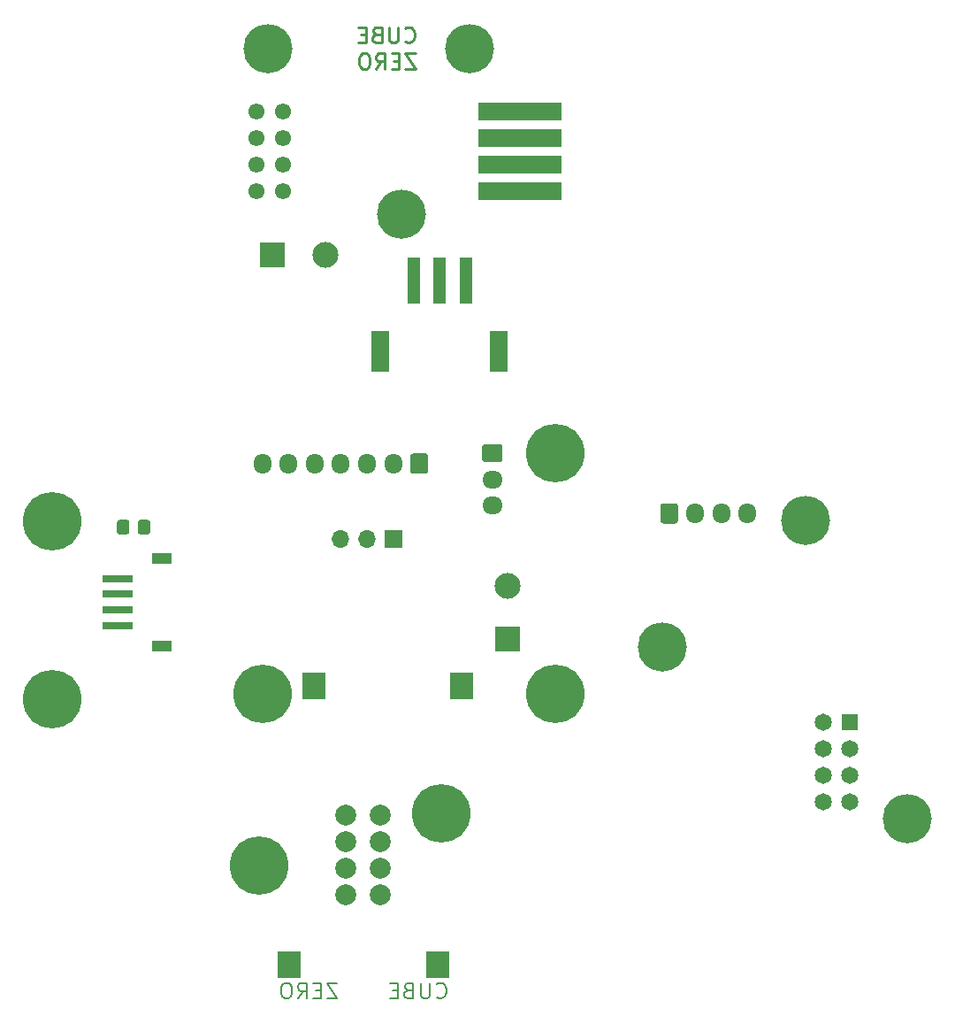
<source format=gbr>
%TF.GenerationSoftware,KiCad,Pcbnew,(5.1.9)-1*%
%TF.CreationDate,2021-02-18T14:55:37+00:00*%
%TF.ProjectId,toolboards - assembly_final,746f6f6c-626f-4617-9264-73202d206173,rev?*%
%TF.SameCoordinates,Original*%
%TF.FileFunction,Soldermask,Bot*%
%TF.FilePolarity,Negative*%
%FSLAX46Y46*%
G04 Gerber Fmt 4.6, Leading zero omitted, Abs format (unit mm)*
G04 Created by KiCad (PCBNEW (5.1.9)-1) date 2021-02-18 14:55:37*
%MOMM*%
%LPD*%
G01*
G04 APERTURE LIST*
%ADD10C,0.250000*%
%ADD11C,0.200000*%
%ADD12C,3.600000*%
%ADD13C,5.600000*%
%ADD14R,1.900000X1.100000*%
%ADD15R,3.000000X0.700000*%
%ADD16R,2.200000X2.500000*%
%ADD17C,2.000000*%
%ADD18C,1.550000*%
%ADD19C,2.475000*%
%ADD20R,2.475000X2.475000*%
%ADD21R,8.000000X1.800000*%
%ADD22R,1.300000X4.500000*%
%ADD23R,1.800000X3.900000*%
%ADD24C,3.100000*%
%ADD25C,4.700000*%
%ADD26O,1.700000X1.700000*%
%ADD27R,1.700000X1.700000*%
%ADD28O,1.950000X1.700000*%
%ADD29O,1.700000X1.950000*%
%ADD30C,1.650000*%
%ADD31R,1.650000X1.650000*%
G04 APERTURE END LIST*
D10*
X157575214Y-31468714D02*
X157646642Y-31540142D01*
X157860928Y-31611571D01*
X158003785Y-31611571D01*
X158218071Y-31540142D01*
X158360928Y-31397285D01*
X158432357Y-31254428D01*
X158503785Y-30968714D01*
X158503785Y-30754428D01*
X158432357Y-30468714D01*
X158360928Y-30325857D01*
X158218071Y-30183000D01*
X158003785Y-30111571D01*
X157860928Y-30111571D01*
X157646642Y-30183000D01*
X157575214Y-30254428D01*
X156932357Y-30111571D02*
X156932357Y-31325857D01*
X156860928Y-31468714D01*
X156789500Y-31540142D01*
X156646642Y-31611571D01*
X156360928Y-31611571D01*
X156218071Y-31540142D01*
X156146642Y-31468714D01*
X156075214Y-31325857D01*
X156075214Y-30111571D01*
X154860928Y-30825857D02*
X154646642Y-30897285D01*
X154575214Y-30968714D01*
X154503785Y-31111571D01*
X154503785Y-31325857D01*
X154575214Y-31468714D01*
X154646642Y-31540142D01*
X154789500Y-31611571D01*
X155360928Y-31611571D01*
X155360928Y-30111571D01*
X154860928Y-30111571D01*
X154718071Y-30183000D01*
X154646642Y-30254428D01*
X154575214Y-30397285D01*
X154575214Y-30540142D01*
X154646642Y-30683000D01*
X154718071Y-30754428D01*
X154860928Y-30825857D01*
X155360928Y-30825857D01*
X153860928Y-30825857D02*
X153360928Y-30825857D01*
X153146642Y-31611571D02*
X153860928Y-31611571D01*
X153860928Y-30111571D01*
X153146642Y-30111571D01*
X158575214Y-32611571D02*
X157575214Y-32611571D01*
X158575214Y-34111571D01*
X157575214Y-34111571D01*
X157003785Y-33325857D02*
X156503785Y-33325857D01*
X156289500Y-34111571D02*
X157003785Y-34111571D01*
X157003785Y-32611571D01*
X156289500Y-32611571D01*
X154789500Y-34111571D02*
X155289500Y-33397285D01*
X155646642Y-34111571D02*
X155646642Y-32611571D01*
X155075214Y-32611571D01*
X154932357Y-32683000D01*
X154860928Y-32754428D01*
X154789500Y-32897285D01*
X154789500Y-33111571D01*
X154860928Y-33254428D01*
X154932357Y-33325857D01*
X155075214Y-33397285D01*
X155646642Y-33397285D01*
X153860928Y-32611571D02*
X153575214Y-32611571D01*
X153432357Y-32683000D01*
X153289500Y-32825857D01*
X153218071Y-33111571D01*
X153218071Y-33611571D01*
X153289500Y-33897285D01*
X153432357Y-34040142D01*
X153575214Y-34111571D01*
X153860928Y-34111571D01*
X154003785Y-34040142D01*
X154146642Y-33897285D01*
X154218071Y-33611571D01*
X154218071Y-33111571D01*
X154146642Y-32825857D01*
X154003785Y-32683000D01*
X153860928Y-32611571D01*
D11*
X160613714Y-122903714D02*
X160685142Y-122975142D01*
X160899428Y-123046571D01*
X161042285Y-123046571D01*
X161256571Y-122975142D01*
X161399428Y-122832285D01*
X161470857Y-122689428D01*
X161542285Y-122403714D01*
X161542285Y-122189428D01*
X161470857Y-121903714D01*
X161399428Y-121760857D01*
X161256571Y-121618000D01*
X161042285Y-121546571D01*
X160899428Y-121546571D01*
X160685142Y-121618000D01*
X160613714Y-121689428D01*
X159970857Y-121546571D02*
X159970857Y-122760857D01*
X159899428Y-122903714D01*
X159828000Y-122975142D01*
X159685142Y-123046571D01*
X159399428Y-123046571D01*
X159256571Y-122975142D01*
X159185142Y-122903714D01*
X159113714Y-122760857D01*
X159113714Y-121546571D01*
X157899428Y-122260857D02*
X157685142Y-122332285D01*
X157613714Y-122403714D01*
X157542285Y-122546571D01*
X157542285Y-122760857D01*
X157613714Y-122903714D01*
X157685142Y-122975142D01*
X157828000Y-123046571D01*
X158399428Y-123046571D01*
X158399428Y-121546571D01*
X157899428Y-121546571D01*
X157756571Y-121618000D01*
X157685142Y-121689428D01*
X157613714Y-121832285D01*
X157613714Y-121975142D01*
X157685142Y-122118000D01*
X157756571Y-122189428D01*
X157899428Y-122260857D01*
X158399428Y-122260857D01*
X156899428Y-122260857D02*
X156399428Y-122260857D01*
X156185142Y-123046571D02*
X156899428Y-123046571D01*
X156899428Y-121546571D01*
X156185142Y-121546571D01*
X151113714Y-121546571D02*
X150113714Y-121546571D01*
X151113714Y-123046571D01*
X150113714Y-123046571D01*
X149542285Y-122260857D02*
X149042285Y-122260857D01*
X148828000Y-123046571D02*
X149542285Y-123046571D01*
X149542285Y-121546571D01*
X148828000Y-121546571D01*
X147328000Y-123046571D02*
X147828000Y-122332285D01*
X148185142Y-123046571D02*
X148185142Y-121546571D01*
X147613714Y-121546571D01*
X147470857Y-121618000D01*
X147399428Y-121689428D01*
X147328000Y-121832285D01*
X147328000Y-122046571D01*
X147399428Y-122189428D01*
X147470857Y-122260857D01*
X147613714Y-122332285D01*
X148185142Y-122332285D01*
X146399428Y-121546571D02*
X146113714Y-121546571D01*
X145970857Y-121618000D01*
X145828000Y-121760857D01*
X145756571Y-122046571D01*
X145756571Y-122546571D01*
X145828000Y-122832285D01*
X145970857Y-122975142D01*
X146113714Y-123046571D01*
X146399428Y-123046571D01*
X146542285Y-122975142D01*
X146685142Y-122832285D01*
X146756571Y-122546571D01*
X146756571Y-122046571D01*
X146685142Y-121760857D01*
X146542285Y-121618000D01*
X146399428Y-121546571D01*
D12*
%TO.C,H9*%
X123797000Y-94373000D03*
D13*
X123797000Y-94373000D03*
%TD*%
D14*
%TO.C,J17*%
X134297000Y-80923000D03*
X134297000Y-89323000D03*
D15*
X130047000Y-82873000D03*
X130047000Y-84373000D03*
X130047000Y-85873000D03*
X130047000Y-87373000D03*
%TD*%
%TO.C,R6*%
G36*
G01*
X131211000Y-77502999D02*
X131211000Y-78403001D01*
G75*
G02*
X130961001Y-78653000I-249999J0D01*
G01*
X130260999Y-78653000D01*
G75*
G02*
X130011000Y-78403001I0J249999D01*
G01*
X130011000Y-77502999D01*
G75*
G02*
X130260999Y-77253000I249999J0D01*
G01*
X130961001Y-77253000D01*
G75*
G02*
X131211000Y-77502999I0J-249999D01*
G01*
G37*
G36*
G01*
X133211000Y-77502999D02*
X133211000Y-78403001D01*
G75*
G02*
X132961001Y-78653000I-249999J0D01*
G01*
X132260999Y-78653000D01*
G75*
G02*
X132011000Y-78403001I0J249999D01*
G01*
X132011000Y-77502999D01*
G75*
G02*
X132260999Y-77253000I249999J0D01*
G01*
X132961001Y-77253000D01*
G75*
G02*
X133211000Y-77502999I0J-249999D01*
G01*
G37*
%TD*%
D12*
%TO.C,H8*%
X123797000Y-77373000D03*
D13*
X123797000Y-77373000D03*
%TD*%
D16*
%TO.C,J13*%
X163056000Y-93163000D03*
X148856000Y-93163000D03*
%TD*%
%TO.C,J10*%
X146498000Y-119845000D03*
X160698000Y-119845000D03*
%TD*%
D17*
%TO.C,J9*%
X155247000Y-113114000D03*
X155247000Y-110574000D03*
X155247000Y-108034000D03*
X155247000Y-105494000D03*
%TD*%
%TO.C,J11*%
X151947000Y-105494000D03*
X151947000Y-108034000D03*
X151947000Y-110574000D03*
X151947000Y-113114000D03*
%TD*%
D18*
%TO.C,J3*%
X145902000Y-38148000D03*
X143362000Y-38148000D03*
X145902000Y-40688000D03*
X143362000Y-40688000D03*
X145902000Y-43228000D03*
X143362000Y-43228000D03*
X145902000Y-45768000D03*
X143362000Y-45768000D03*
%TD*%
D19*
%TO.C,J5*%
X149987000Y-51943000D03*
D20*
X144907000Y-51943000D03*
%TD*%
D21*
%TO.C,J7*%
X168613000Y-38148000D03*
X168613000Y-40688000D03*
X168613000Y-43228000D03*
X168613000Y-45768000D03*
%TD*%
D22*
%TO.C,J6*%
X163409000Y-54356000D03*
X160909000Y-54356000D03*
X158409000Y-54356000D03*
D23*
X166609000Y-61156000D03*
X155209000Y-61156000D03*
%TD*%
D13*
%TO.C,H6*%
X161037000Y-105334000D03*
D12*
X161037000Y-105334000D03*
%TD*%
D13*
%TO.C,H7*%
X143657000Y-110334000D03*
D12*
X143657000Y-110334000D03*
%TD*%
D24*
%TO.C,H3*%
X144462000Y-32183000D03*
D25*
X144462000Y-32183000D03*
%TD*%
D24*
%TO.C,H4*%
X157262000Y-48038000D03*
D25*
X157262000Y-48038000D03*
%TD*%
D24*
%TO.C,H5*%
X163761999Y-32183000D03*
D25*
X163761999Y-32183000D03*
%TD*%
D13*
%TO.C,H12*%
X171957000Y-70873000D03*
D12*
X171957000Y-70873000D03*
%TD*%
D26*
%TO.C,JP1*%
X151417000Y-79096000D03*
X153957000Y-79096000D03*
D27*
X156497000Y-79096000D03*
%TD*%
D19*
%TO.C,J14*%
X167457000Y-83563000D03*
D20*
X167457000Y-88643000D03*
%TD*%
D28*
%TO.C,J15*%
X165957000Y-75873000D03*
X165957000Y-73373000D03*
G36*
G01*
X165232000Y-70023000D02*
X166682000Y-70023000D01*
G75*
G02*
X166932000Y-70273000I0J-250000D01*
G01*
X166932000Y-71473000D01*
G75*
G02*
X166682000Y-71723000I-250000J0D01*
G01*
X165232000Y-71723000D01*
G75*
G02*
X164982000Y-71473000I0J250000D01*
G01*
X164982000Y-70273000D01*
G75*
G02*
X165232000Y-70023000I250000J0D01*
G01*
G37*
%TD*%
D13*
%TO.C,H11*%
X171957000Y-93873000D03*
D12*
X171957000Y-93873000D03*
%TD*%
D29*
%TO.C,J12*%
X143957000Y-71873000D03*
X146457000Y-71873000D03*
X148957000Y-71873000D03*
X151457000Y-71873000D03*
X153957000Y-71873000D03*
X156457000Y-71873000D03*
G36*
G01*
X159807000Y-71148000D02*
X159807000Y-72598000D01*
G75*
G02*
X159557000Y-72848000I-250000J0D01*
G01*
X158357000Y-72848000D01*
G75*
G02*
X158107000Y-72598000I0J250000D01*
G01*
X158107000Y-71148000D01*
G75*
G02*
X158357000Y-70898000I250000J0D01*
G01*
X159557000Y-70898000D01*
G75*
G02*
X159807000Y-71148000I0J-250000D01*
G01*
G37*
%TD*%
D13*
%TO.C,H10*%
X143957000Y-93873000D03*
D12*
X143957000Y-93873000D03*
%TD*%
D25*
%TO.C,H0*%
X195936462Y-77320774D03*
D24*
X195936462Y-77320774D03*
%TD*%
D29*
%TO.C,J1*%
X190397401Y-76632383D03*
X187897401Y-76632383D03*
X185397401Y-76632383D03*
G36*
G01*
X182047401Y-77357383D02*
X182047401Y-75907383D01*
G75*
G02*
X182297401Y-75657383I250000J0D01*
G01*
X183497401Y-75657383D01*
G75*
G02*
X183747401Y-75907383I0J-250000D01*
G01*
X183747401Y-77357383D01*
G75*
G02*
X183497401Y-77607383I-250000J0D01*
G01*
X182297401Y-77607383D01*
G75*
G02*
X182047401Y-77357383I0J250000D01*
G01*
G37*
%TD*%
D30*
%TO.C,J2*%
X197671391Y-104200151D03*
X200211391Y-104200151D03*
X197671391Y-101660151D03*
X200211391Y-101660151D03*
X197671391Y-99120151D03*
X200211391Y-99120151D03*
X197671391Y-96580151D03*
D31*
X200211391Y-96580151D03*
%TD*%
D25*
%TO.C,H2*%
X182220195Y-89411496D03*
D24*
X182220195Y-89411496D03*
%TD*%
D25*
%TO.C,H1*%
X205719256Y-105831593D03*
D24*
X205719256Y-105831593D03*
%TD*%
M02*

</source>
